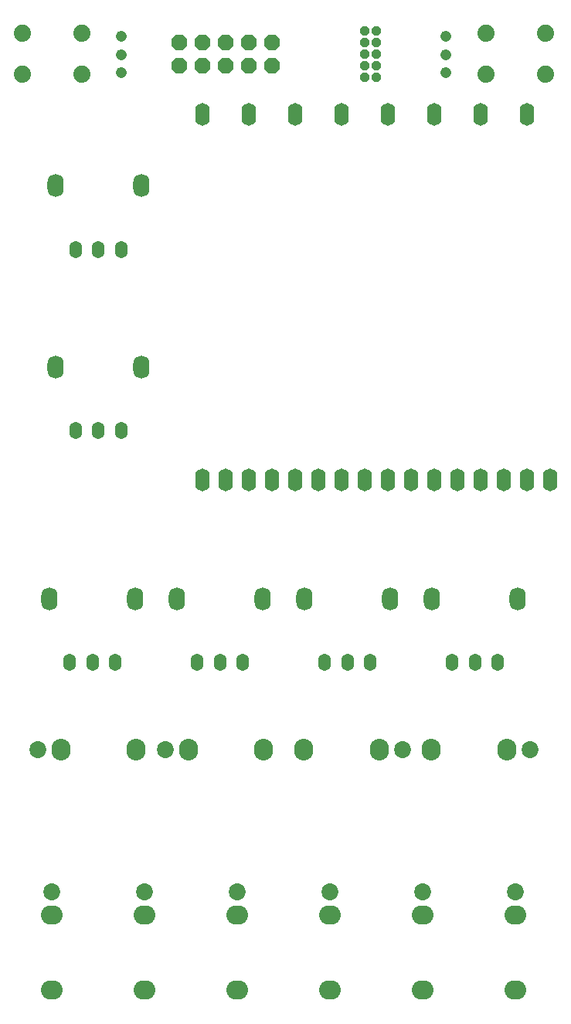
<source format=gbs>
G04 DipTrace 4.0.0.0*
G04 ringsoon.GBS*
%MOIN*%
G04 #@! TF.FileFunction,Soldermask,Bot*
G04 #@! TF.Part,Single*
%AMOUTLINE14*
4,1,8,
-0.008419,-0.020325,
-0.020325,-0.008419,
-0.020325,0.008419,
-0.008419,0.020325,
0.008419,0.020325,
0.020325,0.008419,
0.020325,-0.008419,
0.008419,-0.020325,
-0.008419,-0.020325,
0*%
%AMOUTLINE15*
4,1,8,
-0.034184,0.014159,
-0.014159,0.034184,
0.014159,0.034184,
0.034184,0.014159,
0.034184,-0.014159,
0.014159,-0.034184,
-0.014159,-0.034184,
-0.034184,-0.014159,
-0.034184,0.014159,
0*%
%ADD48C,0.047559*%
%ADD51O,0.054X0.074*%
%ADD52O,0.07X0.1*%
%ADD54C,0.074*%
%ADD69O,0.063X0.098*%
%ADD81O,0.093X0.083*%
%ADD83C,0.073*%
%ADD85O,0.083X0.093*%
%ADD117OUTLINE14*%
%ADD118OUTLINE15*%
%FSLAX26Y26*%
G04*
G70*
G90*
G75*
G01*
G04 BotMask*
%LPD*%
D85*
X2543684Y1544187D3*
X2218684Y1544178D3*
D83*
X2643684Y1544189D3*
D81*
X1381684Y831184D3*
Y506184D3*
D83*
Y931184D3*
D85*
X1993684Y1544184D3*
X1668684D3*
D83*
X2093684D3*
D85*
X1169684Y1544182D3*
X1494684Y1544188D3*
D83*
X1069684Y1544180D3*
D85*
X619684Y1544182D3*
X944684Y1544188D3*
D83*
X519684Y1544180D3*
D81*
X2181684Y831184D3*
Y506184D3*
D83*
Y931184D3*
D81*
X2581684Y831184D3*
Y506184D3*
D83*
Y931184D3*
D81*
X1781684Y831184D3*
Y506184D3*
D83*
Y931184D3*
D81*
X581684Y831184D3*
Y506184D3*
D83*
Y931184D3*
D81*
X981684Y831184D3*
Y506184D3*
D83*
Y931184D3*
D117*
X1931684Y4644184D3*
X1981682D3*
X1931684Y4594184D3*
X1981682D3*
X1931684Y4544184D3*
X1981682D3*
X1931684Y4494184D3*
X1981682D3*
X1931684Y4444184D3*
X1981682D3*
D118*
X1531684Y4594184D3*
Y4494184D3*
X1431684Y4594184D3*
Y4494184D3*
X1331684Y4594184D3*
Y4494184D3*
X1231684Y4594184D3*
Y4494184D3*
X1131684Y4594184D3*
Y4494184D3*
D48*
X2281683Y4619184D3*
Y4540444D3*
Y4461703D3*
X881683Y4619184D3*
Y4540444D3*
Y4461703D3*
D51*
X683258Y3699894D3*
X781684D3*
X880109D3*
D52*
X596644Y3975484D3*
X966723D3*
D69*
X1831684Y2706782D3*
X1931684D3*
X1831684Y4281585D3*
X1731684Y2706782D3*
X1631684Y4281585D3*
Y2706782D3*
X2631684D3*
X2731684D3*
X2631684Y4281585D3*
X2531684Y2706782D3*
X2431684Y4281585D3*
Y2706782D3*
X2231684D3*
X2331684D3*
X2231684Y4281585D3*
X2131684Y2706782D3*
X2031684Y4281585D3*
Y2706782D3*
X1431684D3*
X1531684D3*
X1431684Y4281585D3*
X1331684Y2706782D3*
X1231684Y4281585D3*
Y2706782D3*
D51*
X2308258Y1918593D3*
X2406684D3*
X2505109D3*
D52*
X2221644Y2194184D3*
X2591723D3*
D51*
X683258Y2918593D3*
X781684D3*
X880109D3*
D52*
X596644Y3194184D3*
X966723D3*
D51*
X1758258Y1918593D3*
X1856684D3*
X1955109D3*
D52*
X1671644Y2194184D3*
X2041723D3*
D51*
X1208258Y1918593D3*
X1306684D3*
X1405109D3*
D52*
X1121644Y2194184D3*
X1491723D3*
D51*
X658258Y1918593D3*
X756684D3*
X855109D3*
D52*
X571644Y2194184D3*
X941723D3*
D54*
X2709684Y4633184D3*
X2453684D3*
X2709684Y4455184D3*
X2453684D3*
X453686Y4455181D3*
X709686Y4455186D3*
X453682Y4633181D3*
X709682Y4633186D3*
M02*

</source>
